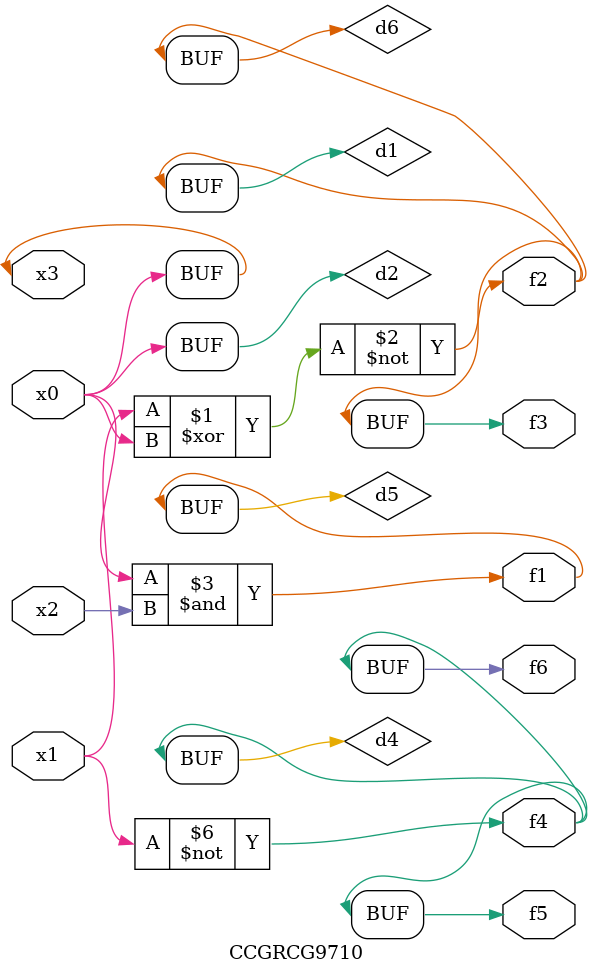
<source format=v>
module CCGRCG9710(
	input x0, x1, x2, x3,
	output f1, f2, f3, f4, f5, f6
);

	wire d1, d2, d3, d4, d5, d6;

	xnor (d1, x1, x3);
	buf (d2, x0, x3);
	nand (d3, x0, x2);
	not (d4, x1);
	nand (d5, d3);
	or (d6, d1);
	assign f1 = d5;
	assign f2 = d6;
	assign f3 = d6;
	assign f4 = d4;
	assign f5 = d4;
	assign f6 = d4;
endmodule

</source>
